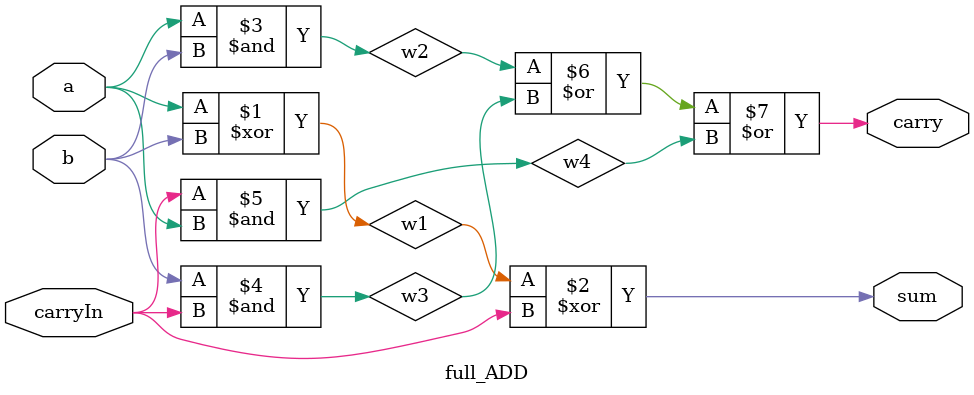
<source format=v>


module full_ADD ( 		// defining data inputs and outputs
	input wire a, 		// input data
	input wire b,
	input wire carryIn,
	output sum,
	output carry
);

    wire w1, w2, w3, w4;	// connective wires

    xor(w1, a, b);		// finding the sum from a, b, and our carry in	
    xor(sum, w1, carryIn);	// xor used in lew of AND, OR, & NOT for clarity

    and(w2, a, b);		//parameters needed to obtain carry out
    and(w3, b, carryIn);
    and(w4, carryIn, a);	

    or(carry, w2, w3, w4);	//getting our carry out
    
endmodule

</source>
